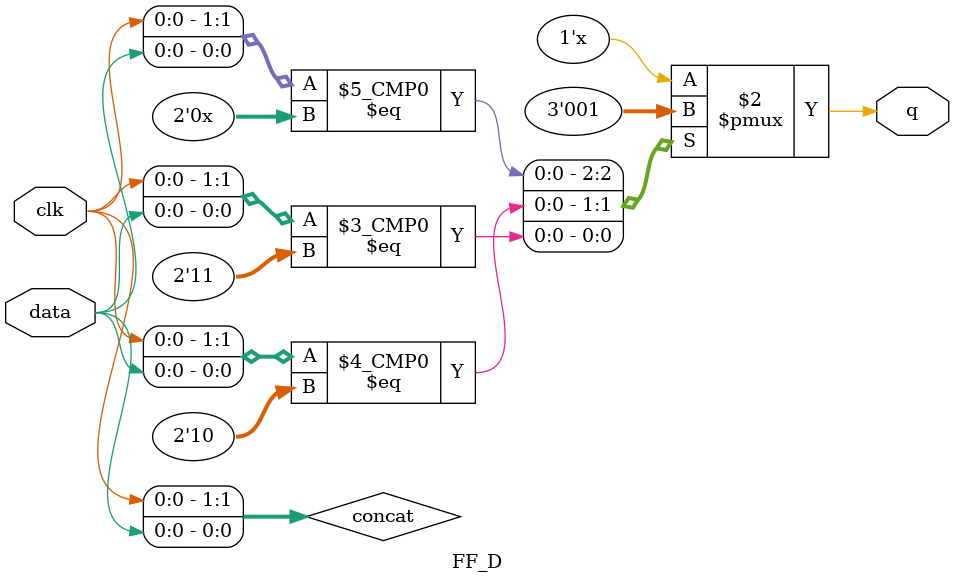
<source format=v>
module FF_D (
    input wire clk, 
    input wire data,
    output reg q
);


//Internal variable declarations
wire [1:0] concat = {clk, data}; // Ojo que esto quizas esta mal, verificar en tb, solo debe mirar el clk el always
//FF-D body
always @(concat) begin
    case (concat)
        2'b0x: q = 0;
        2'b10: q = 0;
        2'b11: q = 1;
        default: q = concat[0]; 
    endcase
end

//Aparentemente ambas soluciones estan bien, solo que la implementacion de arriba parece mas optima dado que es mas instantaneo el cambio 
// producido en la salida q, ver GTK wave para mejor apreciacion

//FPGA Prototyping By Verilog implementation, page 87
//body
/*
always @(posedge clk) begin
    q <= data;
end
*/
    
endmodule
</source>
